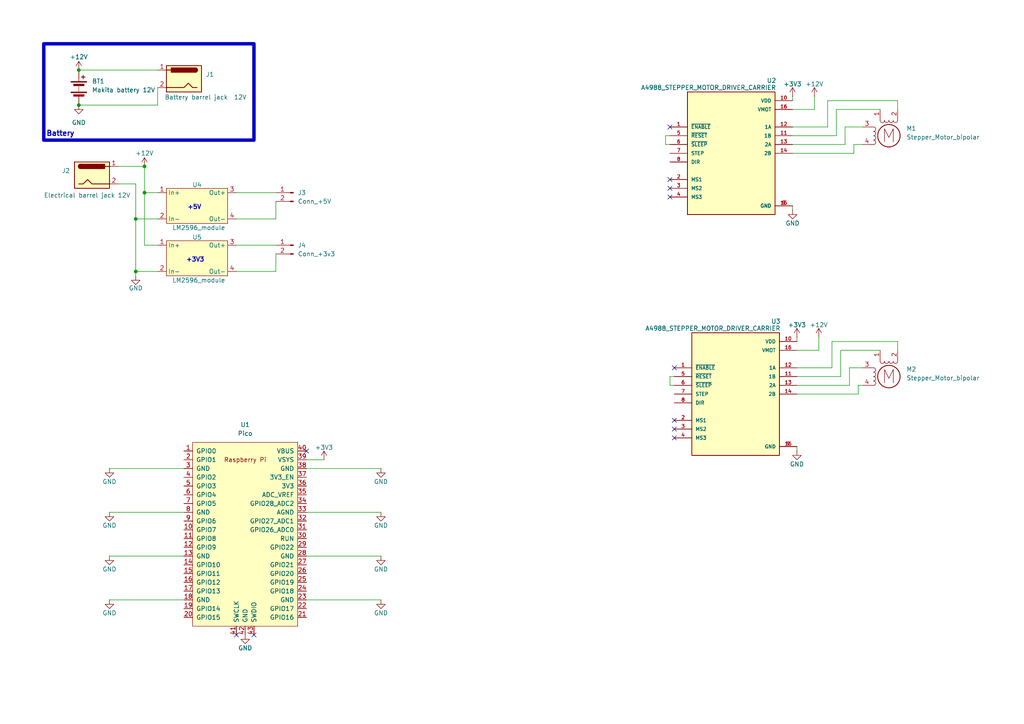
<source format=kicad_sch>
(kicad_sch (version 20231120) (generator "eeschema") (generator_version "8.0")
  (paper "A4")
  (lib_symbols
    (symbol "A4988:A4988_STEPPER_MOTOR_DRIVER_CARRIER" (pin_names (offset 1.016))
      (property "Reference" "U" (at -12.7 19.05 0))
      (property "Value" "A4988_STEPPER_MOTOR_DRIVER_CARRIER" (at -12.7 -21.59 0))
      (symbol "A4988_STEPPER_MOTOR_DRIVER_CARRIER_0_0"
        (rectangle (start -12.7 -17.78) (end 12.7 17.78) (stroke (width 0.254)) (fill (type background)))
        (pin input line (at -17.78 7.62 0) (length 5.08) (name "~{ENABLE}") (number "1"))
        (pin power_in line (at 17.78 15.24 180) (length 5.08) (name "VDD") (number "10"))
        (pin output line (at 17.78 5.08 180) (length 5.08) (name "1B") (number "11"))
        (pin output line (at 17.78 7.62 180) (length 5.08) (name "1A") (number "12"))
        (pin output line (at 17.78 2.54 180) (length 5.08) (name "2A") (number "13"))
        (pin output line (at 17.78 0 180) (length 5.08) (name "2B") (number "14"))
        (pin power_in line (at 17.78 -15.24 180) (length 5.08) (name "GND") (number "15"))
        (pin power_in line (at 17.78 12.7 180) (length 5.08) (name "VMOT") (number "16"))
        (pin input line (at -17.78 -7.62 0) (length 5.08) (name "MS1") (number "2"))
        (pin input line (at -17.78 -10.16 0) (length 5.08) (name "MS2") (number "3"))
        (pin input line (at -17.78 -12.7 0) (length 5.08) (name "MS3") (number "4"))
        (pin input line (at -17.78 5.08 0) (length 5.08) (name "~{RESET}") (number "5"))
        (pin input line (at -17.78 2.54 0) (length 5.08) (name "~{SLEEP}") (number "6"))
        (pin input line (at -17.78 0 0) (length 5.08) (name "STEP") (number "7"))
        (pin input line (at -17.78 -2.54 0) (length 5.08) (name "DIR") (number "8"))
        (pin power_in line (at 17.78 -15.24 180) (length 5.08) (name "GND") (number "9"))
      )
    )
    (symbol "Buck_converter_modules:LM2596_Module"
      (property "Reference" "U" (at 0 4.318 0))
      (symbol "LM2596_Module_0_1"
        (rectangle (start -8.89 2.54) (end 8.89 -7.62) (fill (type background)))
      )
      (symbol "LM2596_Module_1_1"
        (pin power_in line (at -11.43 1.27 0) (length 2.54) (name "In+") (number "1"))
        (pin power_in line (at -11.43 -6.35 0) (length 2.54) (name "In-") (number "2"))
        (pin power_out line (at 11.43 1.27 180) (length 2.54) (name "Out+") (number "3"))
        (pin power_out line (at 11.43 -6.35 180) (length 2.54) (name "Out-") (number "4"))
      )
    )
    (symbol "Connector:Barrel_Jack" (pin_names (offset 1.016))
      (property "Reference" "J" (at 0 5.334 0))
      (property "Value" "Barrel_Jack" (at 0 -5.08 0))
      (symbol "Barrel_Jack_0_1"
        (rectangle (start -5.08 3.81) (end 5.08 -3.81) (stroke (width 0.254)) (fill (type background)))
        (arc (start -3.302 3.175) (mid -3.9343 2.54) (end -3.302 1.905) (stroke (width 0.254)))
        (arc (start -3.302 3.175) (mid -3.9343 2.54) (end -3.302 1.905) (stroke (width 0.254)) (fill (type outline)))
        (polyline (pts (xy 5.08 2.54) (xy 3.81 2.54)) (stroke (width 0.254)))
        (polyline (pts (xy -3.81 -2.54) (xy -2.54 -2.54) (xy -1.27 -1.27) (xy 0 -2.54) (xy 2.54 -2.54) (xy 5.08 -2.54)) (stroke (width 0.254)))
        (rectangle (start 3.683 3.175) (end -3.302 1.905) (stroke (width 0.254)) (fill (type outline)))
      )
      (symbol "Barrel_Jack_1_1"
        (pin passive line (at 7.62 2.54 180) (length 2.54) (name "~") (number "1"))
        (pin passive line (at 7.62 -2.54 180) (length 2.54) (name "~") (number "2"))
      )
    )
    (symbol "Connector:Conn_01x02_Pin" (pin_names (offset 1.016) hide)
      (property "Reference" "J" (at 0 2.54 0))
      (property "Value" "Conn_01x02_Pin" (at 0 -5.08 0))
      (symbol "Conn_01x02_Pin_1_1"
        (polyline (pts (xy 1.27 -2.54) (xy 0.8636 -2.54)) (stroke (width 0.1524)))
        (polyline (pts (xy 1.27 0) (xy 0.8636 0)) (stroke (width 0.1524)))
        (rectangle (start 0.8636 -2.413) (end 0 -2.667) (stroke (width 0.1524)) (fill (type outline)))
        (rectangle (start 0.8636 0.127) (end 0 -0.127) (stroke (width 0.1524)) (fill (type outline)))
        (pin passive line (at 5.08 0 180) (length 3.81) (name "Pin_1") (number "1"))
        (pin passive line (at 5.08 -2.54 180) (length 3.81) (name "Pin_2") (number "2"))
      )
    )
    (symbol "Device:Battery" (pin_numbers hide) (pin_names (offset 0) hide)
      (property "Reference" "BT" (at 2.54 2.54 0))
      (property "Value" "Battery" (at 2.54 0 0))
      (symbol "Battery_0_1"
        (rectangle (start -2.286 -1.27) (end 2.286 -1.524) (fill (type outline)))
        (rectangle (start -2.286 1.778) (end 2.286 1.524) (fill (type outline)))
        (rectangle (start -1.524 -2.032) (end 1.524 -2.54) (fill (type outline)))
        (rectangle (start -1.524 1.016) (end 1.524 0.508) (fill (type outline)))
        (polyline (pts (xy 0 -1.016) (xy 0 -0.762)))
        (polyline (pts (xy 0 -0.508) (xy 0 -0.254)))
        (polyline (pts (xy 0 0) (xy 0 0.254)))
        (polyline (pts (xy 0 1.778) (xy 0 2.54)))
        (polyline (pts (xy 0.762 3.048) (xy 1.778 3.048)) (stroke (width 0.254)))
        (polyline (pts (xy 1.27 3.556) (xy 1.27 2.54)) (stroke (width 0.254)))
      )
      (symbol "Battery_1_1"
        (pin passive line (at 0 5.08 270) (length 2.54) (name "+") (number "1"))
        (pin passive line (at 0 -5.08 90) (length 2.54) (name "-") (number "2"))
      )
    )
    (symbol "Motor:Stepper_Motor_bipolar" (pin_names (offset 0) hide)
      (property "Reference" "M" (at 3.81 2.54 0))
      (property "Value" "Stepper_Motor_bipolar" (at 3.81 1.27 0))
      (symbol "Stepper_Motor_bipolar_0_0"
        (polyline (pts (xy -1.27 -1.778) (xy -1.27 2.032) (xy 0 -0.508) (xy 1.27 2.032) (xy 1.27 -1.778)))
      )
      (symbol "Stepper_Motor_bipolar_0_1"
        (arc (start -4.445 -2.54) (mid -3.8127 -1.905) (end -4.445 -1.27))
        (arc (start -4.445 -1.27) (mid -3.8127 -0.635) (end -4.445 0))
        (arc (start -4.445 0) (mid -3.8127 0.635) (end -4.445 1.27))
        (arc (start -4.445 1.27) (mid -3.8127 1.905) (end -4.445 2.54))
        (arc (start -2.54 4.445) (mid -1.905 3.8127) (end -1.27 4.445))
        (arc (start -1.27 4.445) (mid -0.635 3.8127) (end 0 4.445))
        (polyline (pts (xy -5.08 -2.54) (xy -4.445 -2.54)))
        (polyline (pts (xy -5.08 2.54) (xy -4.445 2.54)))
        (polyline (pts (xy -2.54 5.08) (xy -2.54 4.445)))
        (polyline (pts (xy 2.54 5.08) (xy 2.54 4.445)))
        (circle (center 0 0) (radius 3.2512) (stroke (width 0.254)))
        (arc (start 0 4.445) (mid 0.635 3.8127) (end 1.27 4.445))
        (arc (start 1.27 4.445) (mid 1.905 3.8127) (end 2.54 4.445))
      )
      (symbol "Stepper_Motor_bipolar_1_1"
        (pin passive line (at -2.54 7.62 270) (length 2.54) (name "~") (number "1"))
        (pin passive line (at 2.54 7.62 270) (length 2.54) (name "-") (number "2"))
        (pin passive line (at -7.62 2.54 0) (length 2.54) (name "~") (number "3"))
        (pin passive line (at -7.62 -2.54 0) (length 2.54) (name "~") (number "4"))
      )
    )
    (symbol "RPico:Pico" (pin_names (offset 1.016))
      (property "Reference" "U" (at -13.97 27.94 0))
      (property "Value" "Pico" (at 0 19.05 0))
      (symbol "Pico_0_0"
        (text "Raspberry Pi" (at 0 21.59 0) (effects (font (size 1.27 1.27))))
      )
      (symbol "Pico_0_1"
        (rectangle (start -15.24 26.67) (end 15.24 -26.67) (fill (type background)))
      )
      (symbol "Pico_1_1"
        (pin bidirectional line (at -17.78 24.13 0) (length 2.54) (name "GPIO0") (number "1"))
        (pin bidirectional line (at -17.78 1.27 0) (length 2.54) (name "GPIO7") (number "10"))
        (pin bidirectional line (at -17.78 -1.27 0) (length 2.54) (name "GPIO8") (number "11"))
        (pin bidirectional line (at -17.78 -3.81 0) (length 2.54) (name "GPIO9") (number "12"))
        (pin power_in line (at -17.78 -6.35 0) (length 2.54) (name "GND") (number "13"))
        (pin bidirectional line (at -17.78 -8.89 0) (length 2.54) (name "GPIO10") (number "14"))
        (pin bidirectional line (at -17.78 -11.43 0) (length 2.54) (name "GPIO11") (number "15"))
        (pin bidirectional line (at -17.78 -13.97 0) (length 2.54) (name "GPIO12") (number "16"))
        (pin bidirectional line (at -17.78 -16.51 0) (length 2.54) (name "GPIO13") (number "17"))
        (pin power_in line (at -17.78 -19.05 0) (length 2.54) (name "GND") (number "18"))
        (pin bidirectional line (at -17.78 -21.59 0) (length 2.54) (name "GPIO14") (number "19"))
        (pin bidirectional line (at -17.78 21.59 0) (length 2.54) (name "GPIO1") (number "2"))
        (pin bidirectional line (at -17.78 -24.13 0) (length 2.54) (name "GPIO15") (number "20"))
        (pin bidirectional line (at 17.78 -24.13 180) (length 2.54) (name "GPIO16") (number "21"))
        (pin bidirectional line (at 17.78 -21.59 180) (length 2.54) (name "GPIO17") (number "22"))
        (pin power_in line (at 17.78 -19.05 180) (length 2.54) (name "GND") (number "23"))
        (pin bidirectional line (at 17.78 -16.51 180) (length 2.54) (name "GPIO18") (number "24"))
        (pin bidirectional line (at 17.78 -13.97 180) (length 2.54) (name "GPIO19") (number "25"))
        (pin bidirectional line (at 17.78 -11.43 180) (length 2.54) (name "GPIO20") (number "26"))
        (pin bidirectional line (at 17.78 -8.89 180) (length 2.54) (name "GPIO21") (number "27"))
        (pin power_in line (at 17.78 -6.35 180) (length 2.54) (name "GND") (number "28"))
        (pin bidirectional line (at 17.78 -3.81 180) (length 2.54) (name "GPIO22") (number "29"))
        (pin power_in line (at -17.78 19.05 0) (length 2.54) (name "GND") (number "3"))
        (pin input line (at 17.78 -1.27 180) (length 2.54) (name "RUN") (number "30"))
        (pin bidirectional line (at 17.78 1.27 180) (length 2.54) (name "GPIO26_ADC0") (number "31"))
        (pin bidirectional line (at 17.78 3.81 180) (length 2.54) (name "GPIO27_ADC1") (number "32"))
        (pin power_in line (at 17.78 6.35 180) (length 2.54) (name "AGND") (number "33"))
        (pin bidirectional line (at 17.78 8.89 180) (length 2.54) (name "GPIO28_ADC2") (number "34"))
        (pin unspecified line (at 17.78 11.43 180) (length 2.54) (name "ADC_VREF") (number "35"))
        (pin unspecified line (at 17.78 13.97 180) (length 2.54) (name "3V3") (number "36"))
        (pin input line (at 17.78 16.51 180) (length 2.54) (name "3V3_EN") (number "37"))
        (pin bidirectional line (at 17.78 19.05 180) (length 2.54) (name "GND") (number "38"))
        (pin unspecified line (at 17.78 21.59 180) (length 2.54) (name "VSYS") (number "39"))
        (pin bidirectional line (at -17.78 16.51 0) (length 2.54) (name "GPIO2") (number "4"))
        (pin unspecified line (at 17.78 24.13 180) (length 2.54) (name "VBUS") (number "40"))
        (pin input line (at -2.54 -29.21 90) (length 2.54) (name "SWCLK") (number "41"))
        (pin power_in line (at 0 -29.21 90) (length 2.54) (name "GND") (number "42"))
        (pin bidirectional line (at 2.54 -29.21 90) (length 2.54) (name "SWDIO") (number "43"))
        (pin bidirectional line (at -17.78 13.97 0) (length 2.54) (name "GPIO3") (number "5"))
        (pin bidirectional line (at -17.78 11.43 0) (length 2.54) (name "GPIO4") (number "6"))
        (pin bidirectional line (at -17.78 8.89 0) (length 2.54) (name "GPIO5") (number "7"))
        (pin power_in line (at -17.78 6.35 0) (length 2.54) (name "GND") (number "8"))
        (pin bidirectional line (at -17.78 3.81 0) (length 2.54) (name "GPIO6") (number "9"))
      )
    )
    (symbol "power:+12V" (power) (pin_numbers hide) (pin_names (offset 0) hide)
      (property "Value" "+12V" (at 0 3.556 0))
      (symbol "+12V_0_1"
        (polyline (pts (xy -0.762 1.27) (xy 0 2.54)))
        (polyline (pts (xy 0 0) (xy 0 2.54)))
        (polyline (pts (xy 0 2.54) (xy 0.762 1.27)))
      )
      (symbol "+12V_1_1"
        (pin power_in line (at 0 0 90) (length 0) (name "~") (number "1"))
      )
    )
    (symbol "power:+3V3" (power) (pin_numbers hide) (pin_names (offset 0) hide)
      (property "Value" "+3V3" (at 0 3.556 0))
      (symbol "+3V3_0_1"
        (polyline (pts (xy -0.762 1.27) (xy 0 2.54)))
        (polyline (pts (xy 0 0) (xy 0 2.54)))
        (polyline (pts (xy 0 2.54) (xy 0.762 1.27)))
      )
      (symbol "+3V3_1_1"
        (pin power_in line (at 0 0 90) (length 0) (name "~") (number "1"))
      )
    )
    (symbol "power:GND" (power) (pin_numbers hide) (pin_names (offset 0) hide)
      (property "Value" "GND" (at 0 -3.81 0))
      (symbol "GND_0_1"
        (polyline (pts (xy 0 0) (xy 0 -1.27) (xy 1.27 -1.27) (xy 0 -2.54) (xy -1.27 -1.27) (xy 0 -1.27)))
      )
      (symbol "GND_1_1"
        (pin power_in line (at 0 0 270) (length 0) (name "~") (number "1"))
      )
    )
  )
  (junction (at 39.37 63.5))
  (junction (at 39.37 78.74))
  (junction (at 22.86 20.32))
  (junction (at 41.91 48.26))
  (junction (at 22.86 30.48))
  (junction (at 41.91 55.88))
  (no_connect (at 194.31 54.61))
  (no_connect (at 195.58 127))
  (no_connect (at 88.9 130.81))
  (no_connect (at 68.58 184.15))
  (no_connect (at 194.31 52.07))
  (no_connect (at 195.58 106.68))
  (no_connect (at 194.31 36.83))
  (no_connect (at 73.66 184.15))
  (no_connect (at 195.58 121.92))
  (no_connect (at 194.31 57.15))
  (no_connect (at 195.58 124.46))
  (wire (pts (xy 41.91 55.88) (xy 45.72 55.88)))
  (wire (pts (xy 194.31 111.76) (xy 195.58 111.76)))
  (wire (pts (xy 110.49 148.59) (xy 88.9 148.59)))
  (wire (pts (xy 39.37 78.74) (xy 45.72 78.74)))
  (wire (pts (xy 240.03 29.21) (xy 260.35 29.21)))
  (wire (pts (xy 229.87 60.96) (xy 229.87 59.69)))
  (wire (pts (xy 110.49 135.89) (xy 88.9 135.89)))
  (wire (pts (xy 34.29 53.34) (xy 39.37 53.34)))
  (wire (pts (xy 68.58 78.74) (xy 80.01 78.74)))
  (wire (pts (xy 243.84 109.22) (xy 243.84 101.6)))
  (wire (pts (xy 229.87 31.75) (xy 236.22 31.75)))
  (wire (pts (xy 248.92 111.76) (xy 250.19 111.76)))
  (wire (pts (xy 247.65 44.45) (xy 247.65 41.91)))
  (wire (pts (xy 68.58 63.5) (xy 80.01 63.5)))
  (wire (pts (xy 229.87 27.94) (xy 229.87 29.21)))
  (wire (pts (xy 231.14 101.6) (xy 237.49 101.6)))
  (wire (pts (xy 22.86 30.48) (xy 45.72 30.48)))
  (wire (pts (xy 229.87 36.83) (xy 240.03 36.83)))
  (wire (pts (xy 248.92 114.3) (xy 248.92 111.76)))
  (wire (pts (xy 237.49 101.6) (xy 237.49 97.79)))
  (wire (pts (xy 194.31 39.37) (xy 193.04 39.37)))
  (wire (pts (xy 34.29 48.26) (xy 41.91 48.26)))
  (wire (pts (xy 231.14 109.22) (xy 243.84 109.22)))
  (wire (pts (xy 243.84 101.6) (xy 255.27 101.6)))
  (wire (pts (xy 195.58 109.22) (xy 194.31 109.22)))
  (wire (pts (xy 231.14 114.3) (xy 248.92 114.3)))
  (wire (pts (xy 242.57 31.75) (xy 255.27 31.75)))
  (wire (pts (xy 242.57 39.37) (xy 242.57 31.75)))
  (wire (pts (xy 229.87 44.45) (xy 247.65 44.45)))
  (wire (pts (xy 245.11 41.91) (xy 245.11 36.83)))
  (wire (pts (xy 246.38 106.68) (xy 250.19 106.68)))
  (wire (pts (xy 68.58 71.12) (xy 80.01 71.12)))
  (wire (pts (xy 241.3 106.68) (xy 241.3 99.06)))
  (wire (pts (xy 193.04 41.91) (xy 194.31 41.91)))
  (wire (pts (xy 110.49 173.99) (xy 88.9 173.99)))
  (wire (pts (xy 229.87 39.37) (xy 242.57 39.37)))
  (wire (pts (xy 39.37 80.01) (xy 39.37 78.74)))
  (wire (pts (xy 110.49 161.29) (xy 88.9 161.29)))
  (wire (pts (xy 260.35 99.06) (xy 260.35 101.6)))
  (wire (pts (xy 231.14 106.68) (xy 241.3 106.68)))
  (wire (pts (xy 41.91 55.88) (xy 41.91 71.12)))
  (wire (pts (xy 194.31 109.22) (xy 194.31 111.76)))
  (wire (pts (xy 31.75 148.59) (xy 53.34 148.59)))
  (wire (pts (xy 68.58 55.88) (xy 80.01 55.88)))
  (wire (pts (xy 231.14 97.79) (xy 231.14 99.06)))
  (wire (pts (xy 39.37 63.5) (xy 45.72 63.5)))
  (wire (pts (xy 247.65 41.91) (xy 250.19 41.91)))
  (wire (pts (xy 41.91 48.26) (xy 41.91 55.88)))
  (wire (pts (xy 245.11 36.83) (xy 250.19 36.83)))
  (wire (pts (xy 241.3 99.06) (xy 260.35 99.06)))
  (wire (pts (xy 240.03 36.83) (xy 240.03 29.21)))
  (wire (pts (xy 260.35 29.21) (xy 260.35 31.75)))
  (wire (pts (xy 80.01 63.5) (xy 80.01 58.42)))
  (wire (pts (xy 31.75 173.99) (xy 53.34 173.99)))
  (wire (pts (xy 45.72 30.48) (xy 45.72 25.4)))
  (wire (pts (xy 246.38 111.76) (xy 246.38 106.68)))
  (wire (pts (xy 231.14 130.81) (xy 231.14 129.54)))
  (wire (pts (xy 22.86 20.32) (xy 45.72 20.32)))
  (wire (pts (xy 39.37 53.34) (xy 39.37 63.5)))
  (wire (pts (xy 193.04 39.37) (xy 193.04 41.91)))
  (wire (pts (xy 236.22 31.75) (xy 236.22 27.94)))
  (wire (pts (xy 88.9 133.35) (xy 93.98 133.35)))
  (wire (pts (xy 41.91 71.12) (xy 45.72 71.12)))
  (wire (pts (xy 229.87 41.91) (xy 245.11 41.91)))
  (wire (pts (xy 31.75 161.29) (xy 53.34 161.29)))
  (wire (pts (xy 80.01 78.74) (xy 80.01 73.66)))
  (wire (pts (xy 39.37 63.5) (xy 39.37 78.74)))
  (wire (pts (xy 31.75 135.89) (xy 53.34 135.89)))
  (wire (pts (xy 231.14 111.76) (xy 246.38 111.76)))
  (rectangle (start 12.7 12.7) (end 73.66 40.64) (stroke (width 1)))
  (text "+3V3" (at 56.642 75.438 0) (effects (font (size 1.27 1.27) (thickness 0.254) (bold yes))))
  (text "Battery" (at 17.526 38.862 0) (effects (font (size 1.5 1.5) (thickness 0.3) (bold yes))))
  (text "+5V" (at 56.388 60.198 0) (effects (font (size 1.27 1.27) (thickness 0.254) (bold yes))))
  (symbol (lib_id "power:GND") (at 22.86 30.48 0) (unit 1)
    (property "Reference" "#PWR02" (effects (hide yes)))
    (property "Value" "GND" (at 22.86 35.56 0))
    (property "Description" "Power symbol creates a global label with name \"GND\" , ground" (effects (hide yes)))
  )
  (symbol (lib_id "Connector:Conn_01x02_Pin") (at 85.09 55.88 0) (mirror y) (unit 1)
    (property "Reference" "J3" (at 86.36 55.8799 0) (effects (justify right)))
    (property "Value" "Conn_+5V" (at 86.36 58.4199 0) (effects (justify right)))
    (property "Description" "Generic connector, single row, 01x02, script generated" (effects (hide yes)))
  )
  (symbol (lib_id "power:+12V") (at 236.22 27.94 0) (unit 1)
    (property "Reference" "#PWR03" (effects (hide yes)))
    (property "Value" "+12V" (at 236.22 24.384 0))
    (property "Description" "Power symbol creates a global label with name \"+12V\"" (effects (hide yes)))
  )
  (symbol (lib_id "A4988:A4988_STEPPER_MOTOR_DRIVER_CARRIER") (at 212.09 44.45 0) (unit 1)
    (property "Reference" "U2" (at 223.774 23.368 0))
    (property "Value" "A4988_STEPPER_MOTOR_DRIVER_CARRIER" (at 205.486 25.4 0))
    (property "Footprint" "A4988_STEPPER_MOTOR_DRIVER_CARRIER:MODULE_A4988_STEPPER_MOTOR_DRIVER_CARRIER" (effects (hide yes)))
    (property "MF" "Pololu" (effects (hide yes)))
    (property "DESCRIPTION" "Stepper motor controler; IC: A4988; 1A; Uin mot: 8÷35V" (effects (hide yes)))
    (property "PACKAGE" "None" (effects (hide yes)))
    (property "PRICE" "None" (effects (hide yes)))
    (property "Package" "None" (effects (hide yes)))
    (property "Check_prices" "https://www.snapeda.com/parts/A4988%20STEPPER%20MOTOR%20DRIVER%20CARRIER/Pololu/view-part/?ref=eda" (effects (hide yes)))
    (property "Price" "None" (effects (hide yes)))
    (property "SnapEDA_Link" "https://www.snapeda.com/parts/A4988%20STEPPER%20MOTOR%20DRIVER%20CARRIER/Pololu/view-part/?ref=snap" (effects (hide yes)))
    (property "MP" "A4988 STEPPER MOTOR DRIVER CARRIER" (effects (hide yes)))
    (property "Availability" "Not in stock" (effects (hide yes)))
    (property "AVAILABILITY" "Unavailable" (effects (hide yes)))
    (property "Description_1" "\n                        \n                            Stepper Motor Driver\n                        \n" (effects (hide yes)))
  )
  (symbol (lib_id "Connector:Barrel_Jack") (at 53.34 22.86 0) (mirror y) (unit 1)
    (property "Reference" "J1" (at 59.69 21.5899 0) (effects (justify right)))
    (property "Value" "Battery barrel jack  12V" (at 47.752 28.194 0) (effects (justify right)))
    (property "Description" "DC Barrel Jack" (effects (hide yes)))
  )
  (symbol (lib_id "RPico:Pico") (at 71.12 154.94 0) (unit 1)
    (property "Reference" "U1" (at 71.12 123.19 0))
    (property "Value" "Pico" (at 71.12 125.73 0))
    (property "Footprint" "RPi_Pico:RPi_Pico_SMD_TH" (effects (hide yes)))
  )
  (symbol (lib_id "power:GND") (at 31.75 173.99 0) (unit 1)
    (property "Reference" "#PWR07" (effects (hide yes)))
    (property "Value" "GND" (at 31.75 177.8 0))
    (property "Description" "Power symbol creates a global label with name \"GND\" , ground" (effects (hide yes)))
  )
  (symbol (lib_id "power:+3V3") (at 231.14 97.79 0) (unit 1)
    (property "Reference" "#PWR016" (effects (hide yes)))
    (property "Value" "+3V3" (at 231.14 94.234 0))
    (property "Description" "Power symbol creates a global label with name \"+3V3\"" (effects (hide yes)))
  )
  (symbol (lib_id "power:GND") (at 110.49 161.29 0) (mirror y) (unit 1)
    (property "Reference" "#PWR013" (effects (hide yes)))
    (property "Value" "GND" (at 110.49 165.1 0))
    (property "Description" "Power symbol creates a global label with name \"GND\" , ground" (effects (hide yes)))
  )
  (symbol (lib_id "power:GND") (at 231.14 130.81 0) (unit 1)
    (property "Reference" "#PWR017" (effects (hide yes)))
    (property "Value" "GND" (at 231.14 134.62 0))
    (property "Description" "Power symbol creates a global label with name \"GND\" , ground" (effects (hide yes)))
  )
  (symbol (lib_id "power:GND") (at 110.49 135.89 0) (mirror y) (unit 1)
    (property "Reference" "#PWR011" (effects (hide yes)))
    (property "Value" "GND" (at 110.49 139.7 0))
    (property "Description" "Power symbol creates a global label with name \"GND\" , ground" (effects (hide yes)))
  )
  (symbol (lib_id "power:GND") (at 110.49 148.59 0) (mirror y) (unit 1)
    (property "Reference" "#PWR012" (effects (hide yes)))
    (property "Value" "GND" (at 110.49 152.4 0))
    (property "Description" "Power symbol creates a global label with name \"GND\" , ground" (effects (hide yes)))
  )
  (symbol (lib_id "power:+3V3") (at 229.87 27.94 0) (unit 1)
    (property "Reference" "#PWR04" (effects (hide yes)))
    (property "Value" "+3V3" (at 229.87 24.384 0))
    (property "Description" "Power symbol creates a global label with name \"+3V3\"" (effects (hide yes)))
  )
  (symbol (lib_id "A4988:A4988_STEPPER_MOTOR_DRIVER_CARRIER") (at 213.36 114.3 0) (unit 1)
    (property "Reference" "U3" (at 225.044 93.218 0))
    (property "Value" "A4988_STEPPER_MOTOR_DRIVER_CARRIER" (at 206.756 95.25 0))
    (property "Footprint" "A4988_STEPPER_MOTOR_DRIVER_CARRIER:MODULE_A4988_STEPPER_MOTOR_DRIVER_CARRIER" (effects (hide yes)))
    (property "MF" "Pololu" (effects (hide yes)))
    (property "DESCRIPTION" "Stepper motor controler; IC: A4988; 1A; Uin mot: 8÷35V" (effects (hide yes)))
    (property "PACKAGE" "None" (effects (hide yes)))
    (property "PRICE" "None" (effects (hide yes)))
    (property "Package" "None" (effects (hide yes)))
    (property "Check_prices" "https://www.snapeda.com/parts/A4988%20STEPPER%20MOTOR%20DRIVER%20CARRIER/Pololu/view-part/?ref=eda" (effects (hide yes)))
    (property "Price" "None" (effects (hide yes)))
    (property "SnapEDA_Link" "https://www.snapeda.com/parts/A4988%20STEPPER%20MOTOR%20DRIVER%20CARRIER/Pololu/view-part/?ref=snap" (effects (hide yes)))
    (property "MP" "A4988 STEPPER MOTOR DRIVER CARRIER" (effects (hide yes)))
    (property "Availability" "Not in stock" (effects (hide yes)))
    (property "AVAILABILITY" "Unavailable" (effects (hide yes)))
    (property "Description_1" "\n                        \n                            Stepper Motor Driver\n                        \n" (effects (hide yes)))
  )
  (symbol (lib_id "power:GND") (at 71.12 184.15 0) (unit 1)
    (property "Reference" "#PWR06" (effects (hide yes)))
    (property "Value" "GND" (at 71.12 187.96 0))
    (property "Description" "Power symbol creates a global label with name \"GND\" , ground" (effects (hide yes)))
  )
  (symbol (lib_id "power:+12V") (at 41.91 48.26 0) (unit 1)
    (property "Reference" "#PWR020" (effects (hide yes)))
    (property "Value" "+12V" (at 41.91 44.45 0))
    (property "Description" "Power symbol creates a global label with name \"+12V\"" (effects (hide yes)))
  )
  (symbol (lib_id "power:GND") (at 31.75 148.59 0) (unit 1)
    (property "Reference" "#PWR09" (effects (hide yes)))
    (property "Value" "GND" (at 31.75 152.4 0))
    (property "Description" "Power symbol creates a global label with name \"GND\" , ground" (effects (hide yes)))
  )
  (symbol (lib_id "power:+12V") (at 237.49 97.79 0) (unit 1)
    (property "Reference" "#PWR018" (effects (hide yes)))
    (property "Value" "+12V" (at 237.49 94.234 0))
    (property "Description" "Power symbol creates a global label with name \"+12V\"" (effects (hide yes)))
  )
  (symbol (lib_id "power:GND") (at 229.87 60.96 0) (unit 1)
    (property "Reference" "#PWR05" (effects (hide yes)))
    (property "Value" "GND" (at 229.87 64.77 0))
    (property "Description" "Power symbol creates a global label with name \"GND\" , ground" (effects (hide yes)))
  )
  (symbol (lib_id "Motor:Stepper_Motor_bipolar") (at 257.81 39.37 0) (unit 1)
    (property "Reference" "M1" (at 262.89 37.249 0) (effects (justify left)))
    (property "Value" "Stepper_Motor_bipolar" (at 262.89 39.789 0) (effects (justify left)))
    (property "Datasheet" "http://www.infineon.com/dgdl/Application-Note-TLE8110EE_driving_UniPolarStepperMotor_V1.1.pdf?fileId=db3a30431be39b97011be5d0aa0a00b0" (effects (hide yes)))
    (property "Description" "4-wire bipolar stepper motor" (effects (hide yes)))
  )
  (symbol (lib_id "power:GND") (at 31.75 135.89 0) (unit 1)
    (property "Reference" "#PWR010" (effects (hide yes)))
    (property "Value" "GND" (at 31.75 139.7 0))
    (property "Description" "Power symbol creates a global label with name \"GND\" , ground" (effects (hide yes)))
  )
  (symbol (lib_id "Buck_converter_modules:LM2596_Module") (at 57.15 72.39 0) (unit 1)
    (property "Reference" "U5" (at 57.15 68.834 0))
    (property "Value" "LM2596_module" (at 57.658 81.28 0))
  )
  (symbol (lib_id "Device:Battery") (at 22.86 25.4 0) (unit 1)
    (property "Reference" "BT1" (at 26.67 23.5584 0) (effects (justify left)))
    (property "Value" "Makita battery 12V" (at 26.67 26.0984 0) (effects (justify left)))
    (property "Description" "Multiple-cell battery" (effects (hide yes)))
  )
  (symbol (lib_id "Connector:Conn_01x02_Pin") (at 85.09 71.12 0) (mirror y) (unit 1)
    (property "Reference" "J4" (at 86.36 71.1199 0) (effects (justify right)))
    (property "Value" "Conn_+3v3" (at 86.36 73.6599 0) (effects (justify right)))
    (property "Description" "Generic connector, single row, 01x02, script generated" (effects (hide yes)))
  )
  (symbol (lib_id "Motor:Stepper_Motor_bipolar") (at 257.81 109.22 0) (unit 1)
    (property "Reference" "M2" (at 262.89 107.099 0) (effects (justify left)))
    (property "Value" "Stepper_Motor_bipolar" (at 262.89 109.639 0) (effects (justify left)))
    (property "Datasheet" "http://www.infineon.com/dgdl/Application-Note-TLE8110EE_driving_UniPolarStepperMotor_V1.1.pdf?fileId=db3a30431be39b97011be5d0aa0a00b0" (effects (hide yes)))
    (property "Description" "4-wire bipolar stepper motor" (effects (hide yes)))
  )
  (symbol (lib_id "Buck_converter_modules:LM2596_Module") (at 57.15 57.15 0) (unit 1)
    (property "Reference" "U4" (at 57.15 53.594 0))
    (property "Value" "LM2596_module" (at 57.658 66.04 0))
  )
  (symbol (lib_id "Connector:Barrel_Jack") (at 26.67 50.8 0) (unit 1)
    (property "Reference" "J2" (at 20.32 49.5299 0) (effects (justify right)))
    (property "Value" "Electrical barrel jack 12V" (at 37.846 56.642 0) (effects (justify right)))
    (property "Description" "DC Barrel Jack" (effects (hide yes)))
  )
  (symbol (lib_id "power:GND") (at 39.37 80.01 0) (unit 1)
    (property "Reference" "#PWR019" (effects (hide yes)))
    (property "Value" "GND" (at 39.37 83.566 0))
    (property "Description" "Power symbol creates a global label with name \"GND\" , ground" (effects (hide yes)))
  )
  (symbol (lib_id "power:GND") (at 110.49 173.99 0) (mirror y) (unit 1)
    (property "Reference" "#PWR014" (effects (hide yes)))
    (property "Value" "GND" (at 110.49 177.8 0))
    (property "Description" "Power symbol creates a global label with name \"GND\" , ground" (effects (hide yes)))
  )
  (symbol (lib_id "power:GND") (at 31.75 161.29 0) (unit 1)
    (property "Reference" "#PWR08" (effects (hide yes)))
    (property "Value" "GND" (at 31.75 165.1 0))
    (property "Description" "Power symbol creates a global label with name \"GND\" , ground" (effects (hide yes)))
  )
  (symbol (lib_id "power:+3V3") (at 93.98 133.35 0) (unit 1)
    (property "Reference" "#PWR015" (effects (hide yes)))
    (property "Value" "+3V3" (at 93.98 129.794 0))
    (property "Description" "Power symbol creates a global label with name \"+3V3\"" (effects (hide yes)))
  )
  (symbol (lib_id "power:+12V") (at 22.86 20.32 0) (unit 1)
    (property "Reference" "#PWR01" (effects (hide yes)))
    (property "Value" "+12V" (at 22.86 16.51 0))
    (property "Description" "Power symbol creates a global label with name \"+12V\"" (effects (hide yes)))
  )
)
</source>
